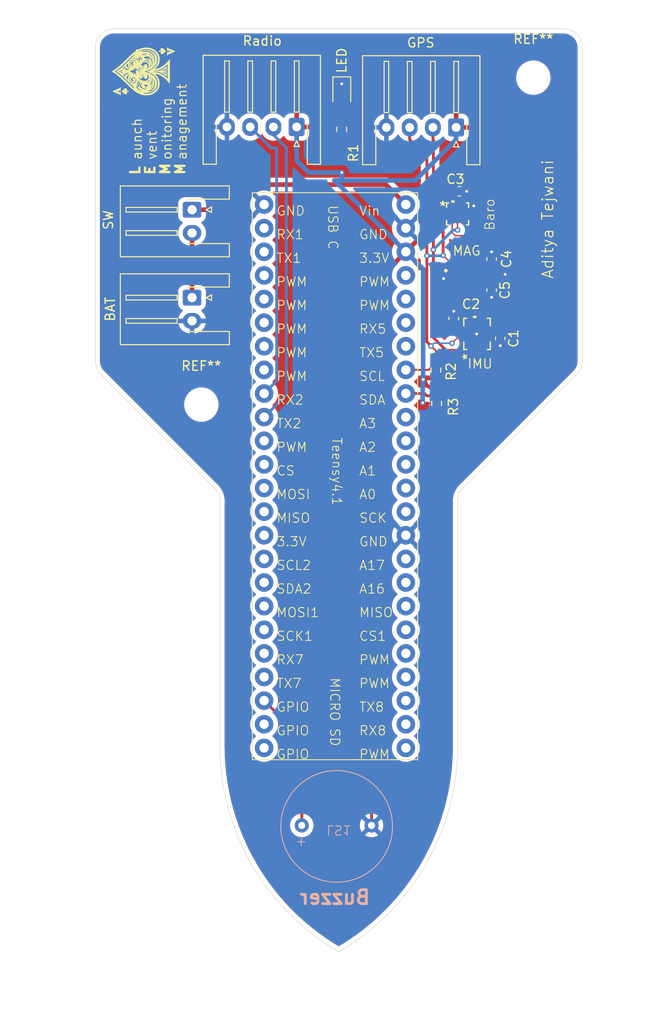
<source format=kicad_pcb>
(kicad_pcb (version 20241229) (generator "pcbnew") (generator_version "9.0")
  (layers (0 "F.Cu" signal) (2 "B.Cu" signal) (13 "F.Paste" user) (15 "B.Paste" user) (5 "F.SilkS" user "F.Silkscreen") (7 "B.SilkS" user "B.Silkscreen") (1 "F.Mask" user) (3 "B.Mask" user) (25 "Edge.Cuts" user))
  (net 0 "")
  (net 1 "+3.3V")
  (net 2 "GND")
  (net 3 "Net-(J1-Pin_1)")
  (net 4 "Net-(J1-Pin_2)")
  (net 5 "Buzz_GPIO")
  (net 23 "SCL")
  (net 31 "SDA")
  (net 52 "TX")
  (net 53 "RX")
  (net 56 "Net-(D1-A)")
  (footprint "Connector_JST:JST_XH_S2B-XH-A-1_1x02_P2.50mm_Horizontal" (layer "F.Cu") (at 156 59.95 -90)
    (property "Reference" "J2" (hide yes))
    (property "Value" "BAT" (at 1.25 8.8 90) (layer "F.SilkS"))
    (pad "1" thru_hole roundrect (at 0 0 270) (size 1.7 2) (drill 1) (layers "*.Cu" "*.Mask") (roundrect_rratio 0.147059) (net 4 "Net-(J1-Pin_2)"))
    (pad "2" thru_hole oval (at 2.5 0 270) (size 1.7 2) (drill 1) (layers "*.Cu" "*.Mask") (net 2 "GND"))
  )
  (footprint "Resistor_SMD:R_0603_1608Metric" (layer "F.Cu") (at 182.225 67.75 -90)
    (property "Reference" "R2" (at 0.15 -1.625 90) (layer "F.SilkS"))
    (property "Value" "5.1 k" (hide yes))
    (pad "1" smd roundrect (at -0.825 0 270) (size 0.8 0.95) (layers "F.Cu" "F.Mask" "F.Paste") (net 23 "SCL"))
    (pad "2" smd roundrect (at 0.825 0 270) (size 0.8 0.95) (layers "F.Cu" "F.Mask" "F.Paste") (net 1 "+3.3V"))
  )
  (footprint "Capacitor_SMD:C_0603_1608Metric" (layer "F.Cu") (at 184.745701 48.5195)
    (property "Reference" "C3" (at -0.425 -1.305 0) (layer "F.SilkS"))
    (property "Value" "100nF" (hide yes))
    (pad "1" smd roundrect (at -0.775 0) (size 0.9 0.95) (layers "F.Cu" "F.Mask" "F.Paste") (net 1 "+3.3V"))
    (pad "2" smd roundrect (at 0.775 0) (size 0.9 0.95) (layers "F.Cu" "F.Mask" "F.Paste") (net 2 "GND"))
  )
  (footprint "Teensy:teensy" (layer "F.Cu") (at 171.37 79.15)
    (property "Reference" "Teensy4.1" (at 0.2 -0.5 270) (layer "F.SilkS") (effects (font (thickness 0.1))))
    (property "Value" "~")
    (fp_text user "A1" (at 2.54 0 0) (layer "F.SilkS") (effects (font (thickness 0.1)) (justify left bottom)))
    (fp_text user "A2" (at 2.54 -2.54 0) (layer "F.SilkS") (effects (font (thickness 0.1)) (justify left bottom)))
    (fp_text user "3.3V" (at 2.54 -22.86 0) (layer "F.SilkS") (effects (font (thickness 0.1)) (justify left bottom)))
    (fp_text user "TX5" (at 2.54 -12.7 0) (layer "F.SilkS") (effects (font (thickness 0.1)) (justify left bottom)))
    (fp_text user "TX8" (at 2.54 25.4 0) (layer "F.SilkS") (effects (font (thickness 0.1)) (justify left bottom)))
    (fp_text user "MOSI1" (at -6.35 15.24 0) (layer "F.SilkS") (effects (font (thickness 0.1)) (justify left bottom)))
    (fp_text user "CS" (at -6.35 0 0) (layer "F.SilkS") (effects (font (thickness 0.1)) (justify left bottom)))
    (fp_text user "PWM" (at -6.35 -12.7 0) (layer "F.SilkS") (effects (font (thickness 0.1)) (justify left bottom)))
    (fp_text user "A3" (at 2.54 -5.08 0) (layer "F.SilkS") (effects (font (thickness 0.1)) (justify left bottom)))
    (fp_text user "SDA2" (at -6.35 12.7 0) (layer "F.SilkS") (effects (font (thickness 0.1)) (justify left bottom)))
    (fp_text user "PWM" (at 2.54 22.86 0) (layer "F.SilkS") (effects (font (thickness 0.1)) (justify left bottom)))
    (fp_text user "TX7" (at -6.35 22.86 0) (layer "F.SilkS") (effects (font (thickness 0.1)) (justify left bottom)))
    (fp_text user "3.3V" (at -6.35 7.62 0) (layer "F.SilkS") (effects (font (thickness 0.1)) (justify left bottom)))
    (fp_text user "Vin" (at 2.54 -27.94 0) (layer "F.SilkS") (effects (font (thickness 0.1)) (justify left bottom)))
    (fp_text user "TX1" (at -6.35 -22.86 0) (layer "F.SilkS") (effects (font (thickness 0.1)) (justify left bottom)))
    (fp_text user "A0" (at 2.54 2.54 0) (layer "F.SilkS") (effects (font (thickness 0.1)) (justify left bottom)))
    (fp_text user "MOSI" (at -6.35 2.54 0) (layer "F.SilkS") (effects (font (thickness 0.1)) (justify left bottom)))
    (fp_text user "GPIO" (at -6.35 30.48 0) (layer "F.SilkS") (effects (font (thickness 0.1)) (justify left bottom)))
    (fp_text user "USB C" (at -0.8 -29.2 270) (layer "F.SilkS") (effects (font (thickness 0.1)) (justify left bottom)))
    (fp_text user "GPIO" (at -6.35 27.94 0) (layer "F.SilkS") (effects (font (thickness 0.1)) (justify left bottom)))
    (fp_text user "RX8" (at 2.54 27.94 0) (layer "F.SilkS") (effects (font (thickness 0.1)) (justify left bottom)))
    (fp_text user "GND" (at -6.35 -27.94 0) (layer "F.SilkS") (effects (font (thickness 0.1)) (justify left bottom)))
    (fp_text user "CS1" (at 2.54 17.78 0) (layer "F.SilkS") (effects (font (thickness 0.1)) (justify left bottom)))
    (fp_text user "SCK" (at 2.54 5.08 0) (layer "F.SilkS") (effects (font (thickness 0.1)) (justify left bottom)))
    (fp_text user "RX7" (at -6.35 20.32 0) (layer "F.SilkS") (effects (font (thickness 0.1)) (justify left bottom)))
    (fp_text user "GPIO" (at -6.35 25.4 0) (layer "F.SilkS") (effects (font (thickness 0.1)) (justify left bottom)))
    (fp_text user "A17" (at 2.54 10.16 0) (layer "F.SilkS") (effects (font (thickness 0.1)) (justify left bottom)))
    (fp_text user "PWM" (at -6.35 -10.16 0) (layer "F.SilkS") (effects (font (thickness 0.1)) (justify left bottom)))
    (fp_text user "PWM" (at -6.35 -2.54 0) (layer "F.SilkS") (effects (font (thickness 0.1)) (justify left bottom)))
    (fp_text user "PWM" (at 2.54 30.48 0) (layer "F.SilkS") (effects (font (thickness 0.1)) (justify left bottom)))
    (fp_text user "MISO" (at -6.35 5.08 0) (layer "F.SilkS") (effects (font (thickness 0.1)) (justify left bottom)))
    (fp_text user "SCL" (at 2.54 -10.16 0) (layer "F.SilkS") (effects (font (thickness 0.1)) (justify left bottom)))
    (fp_text user "RX2" (at -6.35 -7.62 0) (layer "F.SilkS") (effects (font (thickness 0.1)) (justify left bottom)))
    (fp_text user "RX1" (at -6.35 -25.4 0) (layer "F.SilkS") (effects (font (thickness 0.1)) (justify left bottom)))
    (fp_text user "PWM" (at -6.35 -17.78 0) (layer "F.SilkS") (effects (font (thickness 0.1)) (justify left bottom)))
    (fp_text user "PWM" (at 2.54 -17.78 0) (layer "F.SilkS") (effects (font (thickness 0.1)) (justify left bottom)))
    (fp_text user "SDA" (at 2.54 -7.62 0) (layer "F.SilkS") (effects (font (thickness 0.1)) (justify left bottom)))
    (fp_text user "PWM" (at 2.54 -20.32 0) (layer "F.SilkS") (effects (font (thickness 0.1)) (justify left bottom)))
    (fp_text user "PWM" (at -6.35 -15.24 0) (layer "F.SilkS") (effects (font (thickness 0.1)) (justify left bottom)))
    (fp_text user "GND" (at 2.54 -25.4 0) (layer "F.SilkS") (effects (font (thickness 0.1)) (justify left bottom)))
    (fp_text user "SCL2" (at -6.35 10.16 0) (layer "F.SilkS") (effects (font (thickness 0.1)) (justify left bottom)))
    (fp_text user "RX5" (at 2.54 -15.24 0) (layer "F.SilkS") (effects (font (thickness 0.1)) (justify left bottom)))
    (fp_text user "TX2" (at -6.35 -5.08 0) (layer "F.SilkS") (effects (font (thickness 0.1)) (justify left bottom)))
    (fp_text user "PWM" (at -6.35 -20.32 0) (layer "F.SilkS") (effects (font (thickness 0.1)) (justify left bottom)))
    (fp_text user "MICRO SD" (at -0.6 21.59 270) (layer "F.SilkS") (effects (font (thickness 0.1)) (justify left bottom)))
    (fp_text user "GND" (at 2.54 7.62 0) (layer "F.SilkS") (effects (font (thickness 0.1)) (justify left bottom)))
    (fp_text user "SCK1" (at -6.35 17.78 0) (layer "F.SilkS") (effects (font (thickness 0.1)) (justify left bottom)))
    (fp_text user "MISO" (at 2.54 15.24 0) (layer "F.SilkS") (effects (font (thickness 0.1)) (justify left bottom)))
    (fp_text user "A16" (at 2.54 12.7 0) (layer "F.SilkS") (effects (font (thickness 0.1)) (justify left bottom)))
    (fp_text user "PWM" (at 2.54 20.32 0) (layer "F.SilkS") (effects (font (thickness 0.1)) (justify left bottom)))
    (pad "0" thru_hole circle (at -7.62 -26.67) (size 2 2) (drill 1.02) (layers "*.Cu" "*.Mask"))
    (pad "1" thru_hole circle (at -7.62 -24.13) (size 2 2) (drill 1.02) (layers "*.Cu" "*.Mask"))
    (pad "2" thru_hole circle (at -7.62 -21.59) (size 2 2) (drill 1.02) (layers "*.Cu" "*.Mask"))
    (pad "3" thru_hole circle (at -7.62 -19.05) (size 2 2) (drill 1.02) (layers "*.Cu" "*.Mask"))
    (pad "3V" thru_hole circle (at -7.62 6.35) (size 2 2) (drill 1.02) (layers "*.Cu" "*.Mask"))
    (pad "3V1" thru_hole circle (at 7.62 -24.13) (size 2 2) (drill 1.02) (layers "*.Cu" "*.Mask") (net 1 "+3.3V"))
    (pad "4" thru_hole circle (at -7.62 -16.51) (size 2 2) (drill 1.02) (layers "*.Cu" "*.Mask"))
    (pad "5" thru_hole circle (at -7.62 -13.97) (size 2 2) (drill 1.02) (layers "*.Cu" "*.Mask"))
    (pad "5V" thru_hole circle (at 7.62 -29.21) (size 2 2) (drill 1.02) (layers "*.Cu" "*.Mask") (net 3 "Net-(J1-Pin_1)"))
    (pad "6" thru_hole circle (at -7.62 -11.43) (size 2 2) (drill 1.02) (layers "*.Cu" "*.Mask"))
    (pad "7" thru_hole circle (at -7.62 -8.89) (size 2 2) (drill 1.02) (layers "*.Cu" "*.Mask") (net 53 "RX"))
    (pad "8" thru_hole circle (at -7.62 -6.35) (size 2 2) (drill 1.02) (layers "*.Cu" "*.Mask") (net 52 "TX"))
    (pad "9" thru_hole circle (at -7.62 -3.81) (size 2 2) (drill 1.02) (layers "*.Cu" "*.Mask"))
    (pad "10" thru_hole circle (at -7.62 -1.27) (size 2 2) (drill 1.02) (layers "*.Cu" "*.Mask"))
    (pad "11" thru_hole circle (at -7.62 1.27) (size 2 2) (drill 1.02) (layers "*.Cu" "*.Mask"))
    (pad "12" thru_hole circle (at -7.62 3.81) (size 2 2) (drill 1.02) (layers "*.Cu" "*.Mask"))
    (pad "13" thru_hole circle (at 7.62 3.81) (size 2 2) (drill 1.02) (layers "*.Cu" "*.Mask"))
    (pad "14" thru_hole circle (at 7.62 1.27) (size 2 2) (drill 1.02) (layers "*.Cu" "*.Mask"))
    (pad "15" thru_hole circle (at 7.62 -1.27) (size 2 2) (drill 1.02) (layers "*.Cu" "*.Mask"))
    (pad "16" thru_hole circle (at 7.62 -3.81) (size 2 2) (drill 1.02) (layers "*.Cu" "*.Mask"))
    (pad "17" thru_hole circle (at 7.62 -6.35) (size 2 2) (drill 1.02) (layers "*.Cu" "*.Mask"))
    (pad "18" thru_hole circle (at 7.62 -8.89) (size 2 2) (drill 1.02) (layers "*.Cu" "*.Mask") (net 31 "SDA"))
    (pad "19" thru_hole circle (at 7.62 -11.43) (size 2 2) (drill 1.02) (layers "*.Cu" "*.Mask") (net 23 "SCL"))
    (pad "20" thru_hole circle (at 7.62 -13.97) (size 2 2) (drill 1.02) (layers "*.Cu" "*.Mask"))
    (pad "21" thru_hole circle (at 7.62 -16.51) (size 2 2) (drill 1.02) (layers "*.Cu" "*.Mask"))
    (pad "22" thru_hole circle (at 7.62 -19.05) (size 2 2) (drill 1.02) (layers "*.Cu" "*.Mask"))
    (pad "23" thru_hole circle (at 7.62 -21.59) (size 2 2) (drill 1.02) (layers "*.Cu" "*.Mask"))
    (pad "24" thru_hole circle (at -7.62 8.89) (size 2 2) (drill 1.02) (layers "*.Cu" "*.Mask"))
    (pad "25" thru_hole circle (at -7.62 11.43) (size 2 2) (drill 1.02) (layers "*.Cu" "*.Mask"))
    (pad "26" thru_hole circle (at -7.62 13.97) (size 2 2) (drill 1.02) (layers "*.Cu" "*.Mask"))
    (pad "27" thru_hole circle (at -7.62 16.51) (size 2 2) (drill 1.02) (layers "*.Cu" "*.Mask"))
    (pad "28" thru_hole circle (at -7.62 19.05) (size 2 2) (drill 1.02) (layers "*.Cu" "*.Mask"))
    (pad "29" thru_hole circle (at -7.62 21.59) (size 2 2) (drill 1.02) (layers "*.Cu" "*.Mask"))
    (pad "30" thru_hole circle (at -7.62 24.13) (size 2 2) (drill 1.02) (layers "*.Cu" "*.Mask") (net 5 "Buzz_GPIO"))
    (pad "31" thru_hole circle (at -7.62 26.67) (size 2 2) (drill 1.02) (layers "*.Cu" "*.Mask"))
    (pad "32" thru_hole circle (at -7.62 29.21) (size 2 2) (drill 1.02) (layers "*.Cu" "*.Mask"))
    (pad "33" thru_hole circle (at 7.62 29.21) (size 2 2) (drill 1.02) (layers "*.Cu" "*.Mask"))
    (pad "34" thru_hole circle (at 7.62 26.67) (size 2 2) (drill 1.02) (layers "*.Cu" "*.Mask"))
    (pad "35" thru_hole circle (at 7.62 24.13) (size 2 2) (drill 1.02) (layers "*.Cu" "*.Mask"))
    (pad "36" thru_hole circle (at 7.62 21.59) (size 2 2) (drill 1.02) (layers "*.Cu" "*.Mask"))
    (pad "37" thru_hole circle (at 7.62 19.05) (size 2 2) (drill 1.02) (layers "*.Cu" "*.Mask"))
    (pad "38" thru_hole circle (at 7.62 16.51) (size 2 2) (drill 1.02) (layers "*.Cu" "*.Mask"))
    (pad "39" thru_hole circle (at 7.62 13.97) (size 2 2) (drill 1.02) (layers "*.Cu" "*.Mask"))
    (pad "40" thru_hole circle (at 7.62 11.43) (size 2 2) (drill 1.02) (layers "*.Cu" "*.Mask"))
    (pad "41" thru_hole circle (at 7.62 8.89) (size 2 2) (drill 1.02) (layers "*.Cu" "*.Mask"))
    (pad "G" thru_hole circle (at -7.62 -29.21) (size 2 2) (drill 1.02) (layers "*.Cu" "*.Mask") (net 2 "GND"))
    (pad "G1" thru_hole circle (at 7.62 -26.67) (size 2 2) (drill 1.02) (layers "*.Cu" "*.Mask") (net 2 "GND"))
    (pad "G2" thru_hole circle (at 7.62 6.35) (size 2 2) (drill 1.02) (layers "*.Cu" "*.Mask") (net 2 "GND"))
  )
  (footprint "Capacitor_SMD:C_0603_1608Metric" (layer "F.Cu") (at 184.143701 62.189701 90)
    (property "Reference" "C2" (at 1.539701 1.856299 0) (layer "F.SilkS"))
    (property "Value" "100nF" (hide yes))
    (pad "1" smd roundrect (at -0.775 0 90) (size 0.9 0.95) (layers "F.Cu" "F.Mask" "F.Paste") (net 1 "+3.3V"))
    (pad "2" smd roundrect (at 0.775 0 90) (size 0.9 0.95) (layers "F.Cu" "F.Mask" "F.Paste") (net 2 "GND"))
  )
  (footprint "Capacitor_SMD:C_0603_1608Metric" (layer "F.Cu") (at 189.143701 64.339701 -90)
    (property "Reference" "C1" (at 0 -1.43 90) (layer "F.SilkS"))
    (property "Value" "100nF" (hide yes))
    (pad "1" smd roundrect (at -0.775 0 270) (size 0.9 0.95) (layers "F.Cu" "F.Mask" "F.Paste") (net 1 "+3.3V"))
    (pad "2" smd roundrect (at 0.775 0 270) (size 0.9 0.95) (layers "F.Cu" "F.Mask" "F.Paste") (net 2 "GND"))
  )
  (footprint "Image:ImageFootprint" (layer "F.Cu") (at 150.7 35.65 90)
    (property "Reference" "G***" (at 0 0 90) (layer "F.SilkS") (effects (font (size 1.5 1.5) (thickness 0.3))))
    (property "Value" "LOGO" (hide yes))
  )
  (footprint "MountingHole:MountingHole_3.2mm_M3" (layer "F.Cu") (at 157 71.45)
    (property "Reference" "REF**" (at 0 -4.15 0) (layer "F.SilkS"))
    (property "Value" "MountingHole_3.2mm_M3")
    (pad "" np_thru_hole circle (at 0 0) (size 3.2 3.2) (drill 3.2) (layers "*.Cu" "*.Mask"))
  )
  (footprint "Connector_JST:JST_XH_S4B-XH-A-1_1x04_P2.50mm_Horizontal" (layer "F.Cu") (at 167.25 41.6 180)
    (property "Reference" "J4" (hide yes))
    (property "Value" "Radio" (at 3.7 9.25 0) (layer "F.SilkS"))
    (pad "1" thru_hole roundrect (at 0 0 180) (size 1.7 1.95) (drill 0.95) (layers "*.Cu" "*.Mask") (roundrect_rratio 0.147059) (net 1 "+3.3V"))
    (pad "2" thru_hole oval (at 2.5 0 180) (size 1.7 1.95) (drill 0.95) (layers "*.Cu" "*.Mask") (net 52 "TX"))
    (pad "3" thru_hole oval (at 5 0 180) (size 1.7 1.95) (drill 0.95) (layers "*.Cu" "*.Mask") (net 53 "RX"))
    (pad "4" thru_hole oval (at 7.5 0 180) (size 1.7 1.95) (drill 0.95) (layers "*.Cu" "*.Mask") (net 2 "GND"))
  )
  (footprint "Resistor_SMD:R_0603_1608Metric" (layer "F.Cu") (at 172.1 41.85 -90)
    (property "Reference" "R1" (at 2.55 -1.25 90) (layer "F.SilkS"))
    (property "Value" "560Ω" (hide yes))
    (pad "1" smd roundrect (at -0.825 0 270) (size 0.8 0.95) (layers "F.Cu" "F.Mask" "F.Paste") (net 56 "Net-(D1-A)"))
    (pad "2" smd roundrect (at 0.825 0 270) (size 0.8 0.95) (layers "F.Cu" "F.Mask" "F.Paste") (net 1 "+3.3V"))
  )
  (footprint "Connector_JST:JST_XH_S4B-XH-A-1_1x04_P2.50mm_Horizontal" (layer "F.Cu") (at 184.4 41.65 180)
    (property "Reference" "J3" (hide yes))
    (property "Value" "GPS" (at 3.8 9.1 0) (layer "F.SilkS"))
    (pad "1" thru_hole roundrect (at 0 0 180) (size 1.7 1.95) (drill 0.95) (layers "*.Cu" "*.Mask") (roundrect_rratio 0.147059) (net 1 "+3.3V"))
    (pad "2" thru_hole oval (at 2.5 0 180) (size 1.7 1.95) (drill 0.95) (layers "*.Cu" "*.Mask") (net 31 "SDA"))
    (pad "3" thru_hole oval (at 5 0 180) (size 1.7 1.95) (drill 0.95) (layers "*.Cu" "*.Mask") (net 23 "SCL"))
    (pad "4" thru_hole oval (at 7.5 0 180) (size 1.7 1.95) (drill 0.95) (layers "*.Cu" "*.Mask") (net 2 "GND"))
  )
  (footprint "LPS22HHTR:HLGA-10L_2X2X0P73_STM" (layer "F.Cu") (at 184.550001 50.95)
    (property "Reference" "U1" (hide yes))
    (property "Value" "LPS22HHTR" (hide yes))
    (fp_text user "*" (at -1.5875 -0.807086 0) (layer "F.SilkS"))
    (pad "1" smd rect (at -0.815 -0.25 90) (size 0.351536 0.376682) (layers "F.Cu" "F.Mask" "F.Paste") (net 1 "+3.3V"))
    (pad "2" smd rect (at -0.815 0.25 90) (size 0.351536 0.376682) (layers "F.Cu" "F.Mask" "F.Paste") (net 23 "SCL"))
    (pad "3" smd rect (at -0.499999 0.815) (size 0.351536 0.376682) (layers "F.Cu" "F.Mask" "F.Paste") (net 2 "GND"))
    (pad "4" smd rect (at 0 0.815) (size 0.351536 0.376682) (layers "F.Cu" "F.Mask" "F.Paste") (net 31 "SDA"))
    (pad "5" smd rect (at 0.499999 0.815) (size 0.351536 0.376682) (layers "F.Cu" "F.Mask" "F.Paste") (net 2 "GND"))
    (pad "6" smd rect (at 0.815 0.25 90) (size 0.351536 0.376682) (layers "F.Cu" "F.Mask" "F.Paste") (net 1 "+3.3V"))
    (pad "7" smd rect (at 0.815 -0.25 90) (size 0.351536 0.376682) (layers "F.Cu" "F.Mask" "F.Paste"))
    (pad "8" smd rect (at 0.499999 -0.815) (size 0.351536 0.376682) (layers "F.Cu" "F.Mask" "F.Paste") (net 2 "GND"))
    (pad "9" smd rect (at 0 -0.815) (size 0.351536 0.376682) (layers "F.Cu" "F.Mask" "F.Paste") (net 2 "GND"))
    (pad "10" smd rect (at -0.499999 -0.815) (size 0.351536 0.376682) (layers "F.Cu" "F.Mask" "F.Paste") (net 1 "+3.3V"))
  )
  (footprint "LSM6DSOTR:LGA-14L_2P5X3X0P86_STM" (layer "F.Cu") (at 186.6437 63.850001 90)
    (property "Reference" "U3" (hide yes))
    (property "Value" "LSM6DSOTR" (hide yes))
    (fp_text user "*" (at -2.449999 -1 90) (layer "F.SilkS"))
    (pad "1" smd rect (at -1.2103 -0.750001 180) (size 0.351536 0.57658) (layers "F.Cu" "F.Mask" "F.Paste") (net 2 "GND"))
    (pad "2" smd rect (at -1.2103 -0.25 180) (size 0.351536 0.57658) (layers "F.Cu" "F.Mask" "F.Paste") (net 2 "GND"))
    (pad "3" smd rect (at -1.2103 0.25 180) (size 0.351536 0.57658) (layers "F.Cu" "F.Mask" "F.Paste") (net 2 "GND"))
    (pad "4" smd rect (at -1.2103 0.750001 180) (size 0.351536 0.57658) (layers "F.Cu" "F.Mask" "F.Paste"))
    (pad "5" smd rect (at -0.499999 0.9563 90) (size 0.351536 0.57658) (layers "F.Cu" "F.Mask" "F.Paste") (net 1 "+3.3V"))
    (pad "6" smd rect (at 0 0.9563 90) (size 0.351536 0.57658) (layers "F.Cu" "F.Mask" "F.Paste") (net 2 "GND"))
    (pad "7" smd rect (at 0.499999 0.9563 90) (size 0.351536 0.57658) (layers "F.Cu" "F.Mask" "F.Paste") (net 2 "GND"))
    (pad "8" smd rect (at 1.2103 0.750001 180) (size 0.351536 0.57658) (layers "F.Cu" "F.Mask" "F.Paste") (net 1 "+3.3V"))
    (pad "9" smd rect (at 1.2103 0.25 180) (size 0.351536 0.57658) (layers "F.Cu" "F.Mask" "F.Paste"))
    (pad "10" smd rect (at 1.2103 -0.25 180) (size 0.351536 0.57658) (layers "F.Cu" "F.Mask" "F.Paste"))
    (pad "11" smd rect (at 1.2103 -0.750001 180) (size 0.351536 0.57658) (layers "F.Cu" "F.Mask" "F.Paste"))
    (pad "12" smd rect (at 0.499999 -0.9563 90) (size 0.351536 0.57658) (layers "F.Cu" "F.Mask" "F.Paste") (net 1 "+3.3V"))
    (pad "13" smd rect (at 0 -0.9563 90) (size 0.351536 0.57658) (layers "F.Cu" "F.Mask" "F.Paste") (net 23 "SCL"))
    (pad "14" smd rect (at -0.499999 -0.9563 90) (size 0.351536 0.57658) (layers "F.Cu" "F.Mask" "F.Paste") (net 31 "SDA"))
  )
  (footprint "MountingHole:MountingHole_3.2mm_M3" (layer "F.Cu") (at 192.7 36.3)
    (property "Reference" "REF**" (at 0 -4.15 0) (layer "F.SilkS"))
    (property "Value" "MountingHole_3.2mm_M3")
    (pad "" np_thru_hole circle (at 0 0) (size 3.2 3.2) (drill 3.2) (layers "*.Cu" "*.Mask"))
  )
  (footprint "Capacitor_SMD:C_0603_1608Metric" (layer "F.Cu") (at 188.2125 55.8 90)
    (property "Reference" "C4" (at 0 1.6 90) (layer "F.SilkS"))
    (property "Value" "100nF" (hide yes))
    (pad "1" smd roundrect (at -0.775 0 90) (size 0.9 0.95) (layers "F.Cu" "F.Mask" "F.Paste") (net 1 "+3.3V"))
    (pad "2" smd roundrect (at 0.775 0 90) (size 0.9 0.95) (layers "F.Cu" "F.Mask" "F.Paste") (net 2 "GND"))
  )
  (footprint "Connector_JST:JST_XH_S2B-XH-A-1_1x02_P2.50mm_Horizontal" (layer "F.Cu") (at 156 50.5 -90)
    (property "Reference" "J1" (hide yes))
    (property "Value" "SW" (at 1.1 9 90) (layer "F.SilkS"))
    (pad "1" thru_hole roundrect (at 0 0 270) (size 1.7 2) (drill 1) (layers "*.Cu" "*.Mask") (roundrect_rratio 0.147059) (net 3 "Net-(J1-Pin_1)"))
    (pad "2" thru_hole oval (at 2.5 0 270) (size 1.7 2) (drill 1) (layers "*.Cu" "*.Mask") (net 4 "Net-(J1-Pin_2)"))
  )
  (footprint "Capacitor_SMD:C_0603_1608Metric" (layer "F.Cu") (at 188.2125 59.15 -90)
    (property "Reference" "C5" (at 0 -1.43 90) (layer "F.SilkS"))
    (property "Value" "100nF" (hide yes))
    (pad "1" smd roundrect (at -0.775 0 270) (size 0.9 0.95) (layers "F.Cu" "F.Mask" "F.Paste") (net 1 "+3.3V"))
    (pad "2" smd roundrect (at 0.775 0 270) (size 0.9 0.95) (layers "F.Cu" "F.Mask" "F.Paste") (net 2 "GND"))
  )
  (footprint "LED_SMD:LED_0805_2012Metric" (layer "F.Cu") (at 172.1 37.9 -90)
    (property "Reference" "D1" (hide yes))
    (property "Value" "LED" (at -3.45 0 90) (layer "F.SilkS"))
    (pad "1" smd roundrect (at -0.9375 0 270) (size 0.975 1.4) (layers "F.Cu" "F.Mask" "F.Paste") (net 2 "GND"))
    (pad "2" smd roundrect (at 0.9375 0 270) (size 0.975 1.4) (layers "F.Cu" "F.Mask" "F.Paste") (net 56 "Net-(D1-A)"))
  )
  (footprint "Library:SON40P200X250X40-9N" (layer "F.Cu") (at 185.5025 57.65)
    (property "Reference" "U4" (hide yes))
    (property "Value" "MLX90397RLQ-AAA-000-SP" (hide yes))
    (pad "1" smd rect (at -1.21 -0.6) (size 0.81 0.22) (layers "F.Cu" "F.Paste") (net 23 "SCL"))
    (pad "2" smd rect (at -1.21 -0.2) (size 0.81 0.22) (layers "F.Cu" "F.Paste"))
    (pad "3" smd rect (at -1.21 0.2) (size 0.81 0.22) (layers "F.Cu" "F.Paste") (net 2 "GND"))
    (pad "4" smd rect (at -1.21 0.6) (size 0.81 0.22) (layers "F.Cu" "F.Paste") (net 31 "SDA"))
    (pad "5" smd rect (at 1.21 0.6) (size 0.81 0.22) (layers "F.Cu" "F.Paste"))
    (pad "6" smd rect (at 1.21 0.2) (size 0.81 0.22) (layers "F.Cu" "F.Paste") (net 1 "+3.3V"))
    (pad "7" smd rect (at 1.21 -0.2) (size 0.81 0.22) (layers "F.Cu" "F.Paste") (net 2 "GND"))
    (pad "8" smd rect (at 1.21 -0.6) (size 0.81 0.22) (layers "F.Cu" "F.Paste") (net 1 "+3.3V"))
    (pad "9" smd rect (at 0 0) (size 1.3 1.575) (layers "F.Cu"))
  )
  (footprint "Resistor_SMD:R_0603_1608Metric" (layer "F.Cu") (at 182.3 71.325 -90)
    (property "Reference" "R3" (at 0.375 -1.8 90) (layer "F.SilkS"))
    (property "Value" "5.1 k" (hide yes))
    (pad "1" smd roundrect (at -0.825 0 270) (size 0.8 0.95) (layers "F.Cu" "F.Mask" "F.Paste") (net 31 "SDA"))
    (pad "2" smd roundrect (at 0.825 0 270) (size 0.8 0.95) (layers "F.Cu" "F.Mask" "F.Paste") (net 1 "+3.3V"))
  )
  (footprint "CPT-9019A-SMT-TR:Adafruit_Buzzer" (layer "B.Cu") (at 171.8 116.7)
    (property "Reference" "LS1" (at 0 0.5 180) (layer "B.SilkS") (effects (font (thickness 0.1)) (justify mirror)))
    (property "Value" "CPT-9019A-SMT-TR" (hide yes))
    (fp_text user "+" (at -4.75 1.25 180) (layer "B.SilkS") (effects (font (thickness 0.1)) (justify left bottom mirror)))
    (pad "1" thru_hole circle (at -4 0) (size 1.524 1.524) (drill 0.762) (layers "*.Cu" "*.Mask") (net 5 "Buzz_GPIO"))
    (pad "2" thru_hole circle (at 3.5 0) (size 1.524 1.524) (drill 0.762) (layers "*.Cu" "*.Mask") (net 2 "GND"))
  )
  (gr_arc (start 158.445856 80.453953) (mid 158.898816 81.190882) (end 159 82.04995) (stroke (width 0.05)) (layer "Edge.Cuts"))
  (gr_arc (start 171.771455 130.274852) (mid 162.422028 120.923177) (end 159 108.14995) (stroke (width 0.05)) (layer "Edge.Cuts"))
  (gr_arc (start 145.59875 33.037104) (mid 146.18986 31.631093) (end 147.6 31.0499) (stroke (width 0.05)) (layer "Edge.Cuts"))
  (gr_line (start 159 82.04995) (end 159 108.14995) (stroke (width 0.05)) (layer "Edge.Cuts"))
  (gr_line (start 197.5 68.051702) (end 185.104144 80.454003) (stroke (width 0.05)) (layer "Edge.Cuts"))
  (gr_line (start 146.05 68.051652) (end 158.445856 80.453953) (stroke (width 0.05)) (layer "Edge.Cuts"))
  (gr_line (start 197.95125 33.037154) (end 197.95 66.75) (stroke (width 0.05)) (layer "Edge.Cuts"))
  (gr_arc (start 197.95 66.75) (mid 197.834546 67.438013) (end 197.500831 68.050652) (stroke (width 0.05)) (layer "Edge.Cuts"))
  (gr_line (start 147.6 31.04995) (end 195.95 31.04995) (stroke (width 0.05)) (layer "Edge.Cuts"))
  (gr_arc (start 184.55 82.05) (mid 184.651184 81.190932) (end 185.104144 80.454003) (stroke (width 0.05)) (layer "Edge.Cuts"))
  (gr_arc (start 146.049169 68.050602) (mid 145.715454 67.437963) (end 145.6 66.74995) (stroke (width 0.05)) (layer "Edge.Cuts"))
  (gr_arc (start 195.95 31.04995) (mid 197.36014 31.631142) (end 197.95125 33.037154) (stroke (width 0.05)) (layer "Edge.Cuts"))
  (gr_line (start 184.55 82.05) (end 184.55 108.15) (stroke (width 0.05)) (layer "Edge.Cuts"))
  (gr_arc (start 184.55 108.15) (mid 181.127972 120.923227) (end 171.778545 130.274902) (stroke (width 0.05)) (layer "Edge.Cuts"))
  (gr_line (start 145.59875 33.037104) (end 145.6 66.74995) (stroke (width 0.05)) (layer "Edge.Cuts"))
  (gr_text "Aditya Tejwani" (at 194.95 58 90) (layer "F.SilkS") (effects (font (size 1.2 1.2) (thickness 0.125)) (justify left bottom)))
  (gr_text "MAG" (at 183.95 55.5 0) (layer "F.SilkS") (effects (font (size 1 1) (thickness 0.125)) (justify left bottom)))
  (gr_text "aunch\nvent\nonitoring\nanagement" (at 155.5 45.2 90) (layer "F.SilkS") (effects (font (size 1 1) (thickness 0.125)) (justify left bottom)))
  (gr_text "IMU\n" (at 185.55 67.65 0) (layer "F.SilkS") (effects (font (size 1 1) (thickness 0.125)) (justify left bottom)))
  (gr_text "L\nE\nM\nM" (at 155.3 46.85 90) (layer "F.SilkS") (effects (font (size 1 1) (thickness 0.25) (bold yes)) (justify left bottom)))
  (gr_text "Baro" (at 188.6 52.8 90) (layer "F.SilkS") (effects (font (size 1 1) (thickness 0.1)) (justify left bottom)))
  (gr_text "Buzzer" (at 175.3 125.3 -0) (layer "B.SilkS") (effects (font (size 1.5 1.5) (thickness 0.3) (bold yes)) (justify left bottom mirror)))
  (segment (start 182.225 68.575) (end 181.025 68.575) (width 0.5) (layer "F.Cu") (net 1))
  (segment (start 186.7125 57.05) (end 187.7375 57.05) (width 0.15) (layer "F.Cu") (net 1))
  (segment (start 181.7 72.15) (end 180.8 71.25) (width 0.5) (layer "F.Cu") (net 1))
  (segment (start 188.358402 64.35) (end 189.143701 63.564701) (width 0.15) (layer "F.Cu") (net 1))
  (segment (start 185.365001 51.2) (end 184.698892 51.2) (width 0.15) (layer "F.Cu") (net 1))
  (segment (start 181.025 68.575) (end 180.85 68.75) (width 0.5) (layer "F.Cu") (net 1))
  (segment (start 187.7375 57.05) (end 188.2125 56.575) (width 0.15) (layer "F.Cu") (net 1))
  (segment (start 187.6 64.35) (end 188.358402 64.35) (width 0.15) (layer "F.Cu") (net 1))
  (segment (start 185.302099 62.964701) (end 185.6874 63.350002) (width 0.15) (layer "F.Cu") (net 1))
  (segment (start 188.218701 62.639701) (end 189.143701 63.564701) (width 0.15) (layer "F.Cu") (net 1))
  (segment (start 183.970701 50.055699) (end 184.050002 50.135) (width 0.15) (layer "F.Cu") (net 1))
  (segment (start 184.050002 50.384999) (end 183.735001 50.7) (width 0.15) (layer "F.Cu") (net 1))
  (segment (start 184.050002 50.55111) (end 184.050002 50.384999) (width 0.15) (layer "F.Cu") (net 1))
  (segment (start 184.143701 62.964701) (end 185.302099 62.964701) (width 0.15) (layer "F.Cu") (net 1))
  (segment (start 184.050002 50.135) (end 184.050002 50.384999) (width 0.15) (layer "F.Cu") (net 1))
  (segment (start 183.970701 48.5195) (end 183.970701 50.055699) (width 0.15) (layer "F.Cu") (net 1))
  (segment (start 182.3 72.15) (end 181.7 72.15) (width 0.5) (layer "F.Cu") (net 1))
  (segment (start 187.393701 62.639701) (end 188.218701 62.639701) (width 0.15) (layer "F.Cu") (net 1))
  (segment (start 184.698892 51.2) (end 184.050002 50.55111) (width 0.15) (layer "F.Cu") (net 1))
  (segment (start 186.7125 57.85) (end 187.6875 57.85) (width 0.15) (layer "F.Cu") (net 1))
  (segment (start 172.1 42.675) (end 172.1 46.5) (width 0.5) (layer "F.Cu") (net 1))
  (segment (start 187.6875 57.85) (end 188.2125 58.375) (width 0.15) (layer "F.Cu") (net 1))
  (via (at 180.8 71.25) (size 0.6) (drill 0.3) (layers "F.Cu" "B.Cu") (net 1))
  (via (at 180.85 68.75) (size 0.6) (drill 0.3) (layers "F.Cu" "B.Cu") (net 1))
  (via (at 172.1 46.5) (size 0.6) (drill 0.3) (layers "F.Cu" "B.Cu") (net 1))
  (segment (start 184.4 42.95) (end 184.4 41.65) (width 0.5) (layer "B.Cu") (net 1))
  (segment (start 171.31 47.34) (end 178.99 55.02) (width 0.5) (layer "B.Cu") (net 1))
  (segment (start 171.32 47.35) (end 171.31 47.34) (width 0.5) (layer "B.Cu") (net 1))
  (segment (start 180.8 71.25) (end 180.8 68.8) (width 0.5) (layer "B.Cu") (net 1))
  (segment (start 180.85 68.75) (end 180.85 56.88) (width 0.5) (layer "B.Cu") (net 1))
  (segment (start 168.55 46.5) (end 167.25 45.2) (width 0.5) (layer "B.Cu") (net 1))
  (segment (start 172.1 47.35) (end 171.32 47.35) (width 0.5) (layer "B.Cu") (net 1))
  (segment (start 180.85 56.88) (end 178.99 55.02) (width 0.5) (layer "B.Cu") (net 1))
  (segment (start 180 47.35) (end 184.4 42.95) (width 0.5) (layer "B.Cu") (net 1))
  (segment (start 167.25 45.2) (end 167.25 41.6) (width 0.5) (layer "B.Cu") (net 1))
  (segment (start 180 47.35) (end 172.1 47.35) (width 0.5) (layer "B.Cu") (net 1))
  (segment (start 180.8 68.8) (end 180.85 68.75) (width 0.5) (layer "B.Cu") (net 1))
  (segment (start 172.1 46.5) (end 172.1 47.35) (width 0.5) (layer "B.Cu") (net 1))
  (segment (start 172.1 46.5) (end 168.55 46.5) (width 0.5) (layer "B.Cu") (net 1))
  (segment (start 175.3 116.7) (end 175.3 89.19) (width 0.3) (layer "F.Cu") (net 2))
  (segment (start 184.3 53.285) (end 185.7 53.285) (width 0.15) (layer "F.Cu") (net 2))
  (segment (start 186.45 50.935) (end 186.3 50.785) (width 0.15) (layer "F.Cu") (net 2))
  (segment (start 185.893699 65.060301) (end 186.3937 65.060301) (width 0.15) (layer "F.Cu") (net 2))
  (segment (start 175.3 89.19) (end 178.99 85.5) (width 0.3) (layer "F.Cu") (net 2))
  (segment (start 183.1 57.85) (end 183.05 57.9) (width 0.15) (layer "F.Cu") (net 2))
  (segment (start 186.8937 65.060301) (end 186.3937 65.060301) (width 0.15) (layer "F.Cu") (net 2))
  (segment (start 186.3 50.785) (end 186.3 50.085) (width 0.15) (layer "F.Cu") (net 2))
  (segment (start 185.7 53.285) (end 186.4 52.585) (width 0.15) (layer "F.Cu") (net 2))
  (segment (start 184.050002 51.765) (end 183.974 51.841002) (width 0.15) (layer "F.Cu") (net 2))
  (segment (start 186.7125 57.45) (end 189.6625 57.45) (width 0.15) (layer "F.Cu") (net 2))
  (segment (start 184.550001 50.135) (end 185.05 50.135) (width 0.15) (layer "F.Cu") (net 2))
  (segment (start 185.62 51.765) (end 186.4 50.985) (width 0.15) (layer "F.Cu") (net 2))
  (segment (start 184.2925 57.85) (end 183.1 57.85) (width 0.15) (layer "F.Cu") (net 2))
  (segment (start 186.4 52.585) (end 186.4 50.985) (width 0.15) (layer "F.Cu") (net 2))
  (segment (start 187.6 63.350002) (end 187.099998 63.350002) (width 0.15) (layer "F.Cu") (net 2))
  (segment (start 185.05 51.765) (end 185.62 51.765) (width 0.15) (layer "F.Cu") (net 2))
  (segment (start 185.05 50.135) (end 186.25 50.135) (width 0.15) (layer "F.Cu") (net 2))
  (segment (start 186.3937 65.060301) (end 186.3937 64.0563) (width 0.15) (layer "F.Cu") (net 2))
  (segment (start 186.25 50.135) (end 186.3 50.085) (width 0.15) (layer "F.Cu") (net 2))
  (segment (start 186.3937 64.0563) (end 186.6 63.85) (width 0.15) (layer "F.Cu") (net 2))
  (segment (start 183.974 51.841002) (end 183.974 52.959) (width 0.15) (layer "F.Cu") (net 2))
  (segment (start 183.974 52.959) (end 184.3 53.285) (width 0.15) (layer "F.Cu") (net 2))
  (segment (start 187.099998 63.350002) (end 186.6 63.85) (width 0.15) (layer "F.Cu") (net 2))
  (segment (start 187.6 63.850001) (end 186.6 63.85) (width 0.15) (layer "F.Cu") (net 2))
  (segment (start 186.4 50.985) (end 186.45 50.935) (width 0.15) (layer "F.Cu") (net 2))
  (via (at 186.3 50.085) (size 0.6) (drill 0.3) (layers "F.Cu" "B.Cu") (net 2))
  (via (at 172.1 36.9625) (size 0.6) (drill 0.3) (layers "F.Cu" "B.Cu") (net 2))
  (via (at 189.6625 57.45) (size 0.6) (drill 0.3) (layers "F.Cu" "B.Cu") (net 2))
  (via (at 183.05 57.9) (size 0.6) (drill 0.3) (layers "F.Cu" "B.Cu") (net 2))
  (via (at 186.6 63.85) (size 0.6) (drill 0.3) (layers "F.Cu" "B.Cu") (net 2))
  (via (at 184.143701 61.414701) (size 0.6) (drill 0.3) (layers "F.Cu" "B.Cu") (net 2))
  (via (at 189.143701 65.114701) (size 0.6) (drill 0.3) (layers "F.Cu" "B.Cu") (net 2))
  (via (at 188.2125 55.025) (size 0.6) (drill 0.3) (layers "F.Cu" "B.Cu") (net 2))
  (via (at 185.520701 48.5195) (size 0.6) (drill 0.3) (layers "F.Cu" "B.Cu") (net 2))
  (via (at 188.2125 59.925) (size 0.6) (drill 0.3) (layers "F.Cu" "B.Cu") (net 2))
  (segment (start 176.85 47.8) (end 178.99 49.94) (width 0.5) (layer "F.Cu") (net 3))
  (segment (start 161.95 47.8) (end 176.85 47.8) (width 0.5) (layer "F.Cu") (net 3))
  (segment (start 156 50.5) (end 159.25 50.5) (width 0.5) (layer "F.Cu") (net 3))
  (segment (start 159.25 50.5) (end 161.95 47.8) (width 0.5) (layer "F.Cu") (net 3))
  (segment (start 156 53) (end 156 59.95) (width 0.5) (layer "F.Cu") (net 4))
  (segment (start 167.8 116.7) (end 167.8 107.33) (width 0.3) (layer "F.Cu") (net 5))
  (segment (start 167.8 107.33) (end 163.75 103.28) (width 0.3) (layer "F.Cu") (net 5))
  (segment (start 184.2925 57.05) (end 184.2925 56.6925) (width 0.15) (layer "F.Cu") (net 23))
  (segment (start 181.7 65.15) (end 181.25 64.7) (width 0.3) (layer "F.Cu") (net 23))
  (segment (start 178.99 67.72) (end 181.43 67.72) (width 0.2) (layer "F.Cu") (net 23))
  (segment (start 184.949999 63.850001) (end 183.95 64.85) (width 0.15) (layer "F.Cu") (net 23))
  (segment (start 181.25 64.7) (end 181.25 55.45) (width 0.3) (layer "F.Cu") (net 23))
  (segment (start 181.25 44.8) (end 179.4 42.95) (width 0.3) (layer "F.Cu") (net 23))
  (segment (start 182.225 65.675) (end 181.7 65.15) (width 0.2) (layer "F.Cu") (net 23))
  (segment (start 181.43 67.72) (end 182.225 66.925) (width 0.2) (layer "F.Cu") (net 23))
  (segment (start 179.4 42.95) (end 179.4 41.65) (width 0.3) (layer "F.Cu") (net 23))
  (segment (start 185.6874 63.850001) (end 184.949999 63.850001) (width 0.15) (layer "F.Cu") (net 23))
  (segment (start 183.735001 51.2) (end 183 51.935001) (width 0.15) (layer "F.Cu") (net 23))
  (segment (start 182.225 66.925) (end 182.225 65.675) (width 0.2) (layer "F.Cu") (net 23))
  (segment (start 183 51.935001) (end 183 55.4) (width 0.3) (layer "F.Cu") (net 23))
  (segment (start 181.25 55.45) (end 181.25 44.8) (width 0.3) (layer "F.Cu") (net 23))
  (segment (start 184.2925 56.6925) (end 183 55.4) (width 0.15) (layer "F.Cu") (net 23))
  (via (at 181.25 55.45) (size 0.6) (drill 0.3) (layers "F.Cu" "B.Cu") (net 23))
  (via (at 183.95 64.85) (size 0.6) (drill 0.3) (layers "F.Cu" "B.Cu") (net 23))
  (via (at 181.7 65.15) (size 0.6) (drill 0.3) (layers "F.Cu" "B.Cu") (net 23))
  (via (at 183 55.4) (size 0.6) (drill 0.3) (layers "F.Cu" "B.Cu") (net 23))
  (segment (start 182.95 55.45) (end 183 55.4) (width 0.3) (layer "B.Cu") (net 23))
  (segment (start 182 64.85) (end 181.7 65.15) (width 0.15) (layer "B.Cu") (net 23))
  (segment (start 183.95 64.85) (end 182 64.85) (width 0.15) (layer "B.Cu") (net 23))
  (segment (start 181.25 55.45) (end 182.95 55.45) (width 0.3) (layer "B.Cu") (net 23))
  (segment (start 183.25 65.55) (end 185 67.3) (width 0.3) (layer "F.Cu") (net 31))
  (segment (start 185.6874 64.35) (end 184.4874 65.55) (width 0.15) (layer "F.Cu") (net 31))
  (segment (start 181.95 43) (end 181.95 58.85) (width 0.3) (layer "F.Cu") (net 31))
  (segment (start 181.95 58.85) (end 181.95 64.25) (width 0.3) (layer "F.Cu") (net 31))
  (segment (start 181.95 43) (end 181.9 42.95) (width 0.3) (layer "F.Cu") (net 31))
  (segment (start 181.25 70.5) (end 181.01 70.26) (width 0.3) (layer "F.Cu") (net 31))
  (segment (start 184.4874 65.55) (end 183.25 65.55) (width 0.15) (layer "F.Cu") (net 31))
  (segment (start 179.23 70.5) (end 178.99 70.26) (width 0.3) (layer "F.Cu") (net 31))
  (segment (start 181.95 64.25) (end 183.25 65.55) (width 0.3) (layer "F.Cu") (net 31))
  (segment (start 181.01 70.26) (end 178.99 70.26) (width 0.3) (layer "F.Cu") (net 31))
  (segment (start 182.3 70.5) (end 181.25 70.5) (width 0.3) (layer "F.Cu") (net 31))
  (segment (start 181.9 42.95) (end 181.9 41.65) (width 0.3) (layer "F.Cu") (net 31))
  (segment (start 183.4 70.5) (end 182.3 70.5) (width 0.3) (layer "F.Cu") (net 31))
  (segment (start 185 68.9) (end 183.4 70.5) (width 0.3) (layer "F.Cu") (net 31))
  (segment (start 184.2925 58.25) (end 183.6925 58.85) (width 0.15) (layer "F.Cu") (net 31))
  (segment (start 184.550001 51.765) (end 184.55 52.685) (width 0.15) (layer "F.Cu") (net 31))
  (segment (start 185 67.3) (end 185 68.9) (width 0.3) (layer "F.Cu") (net 31))
  (segment (start 183.6925 58.85) (end 181.95 58.85) (width 0.15) (layer "F.Cu") (net 31))
  (via (at 181.95 54.8) (size 0.6) (drill 0.3) (layers "F.Cu" "B.Cu") (net 31))
  (via (at 184.55 52.685) (size 0.6) (drill 0.3) (layers "F.Cu" "B.Cu") (net 31))
  (segment (start 184.065 52.685) (end 181.95 54.8) (width 0.3) (layer "B.Cu") (net 31))
  (segment (start 184.55 52.685) (end 184.065 52.685) (width 0.3) (layer "B.Cu") (net 31))
  (segment (start 163.75 72.8) (end 166.15 70.4) (width 0.3) (layer "B.Cu") (net 52))
  (segment (start 164.75 42.45) (end 164.75 41.6) (width 0.3) (layer "B.Cu") (net 52))
  (segment (start 166.15 70.4) (end 166.15 43.85) (width 0.3) (layer "B.Cu") (net 52))
  (segment (start 166.15 43.85) (end 164.75 42.45) (width 0.3) (layer "B.Cu") (net 52))
  (segment (start 164.501 43.851) (end 162.25 41.6) (width 0.3) (layer "B.Cu") (net 53))
  (segment (start 165.101 68.909) (end 163.75 70.26) (width 0.3) (layer "B.Cu") (net 53))
  (segment (start 165.101 43.851) (end 165.101 68.909) (width 0.3) (layer "B.Cu") (net 53))
  (segment (start 165.101 43.851) (end 164.501 43.851) (width 0.3) (layer "B.Cu") (net 53))
  (segment (start 172.1 38.8375) (end 172.1 41.025) (width 0.5) (layer "F.Cu") (net 56))
  (zone (net 1) (net_name "+3.3V") (layer "F.Cu") (priority 1) (connect_pads (clearance 0.5)) (min_thickness 0.25) (fill yes (thermal_gap 0.5) (thermal_bridge_width 0.5))
    (polygon (pts (xy 141.5 28.55) (xy 202.15 27.95) (xy 206.75 137.2) (xy 135.35 138.05)))
  )
  (zone (net 2) (net_name "GND") (layer "B.Cu") (connect_pads (clearance 0.5)) (min_thickness 0.25) (fill yes (thermal_gap 0.5) (thermal_bridge_width 0.5))
    (polygon (pts (xy 143.65 29.5) (xy 199.2 29) (xy 201.95 132.25) (xy 141.6 131.65)))
  )
)
</source>
